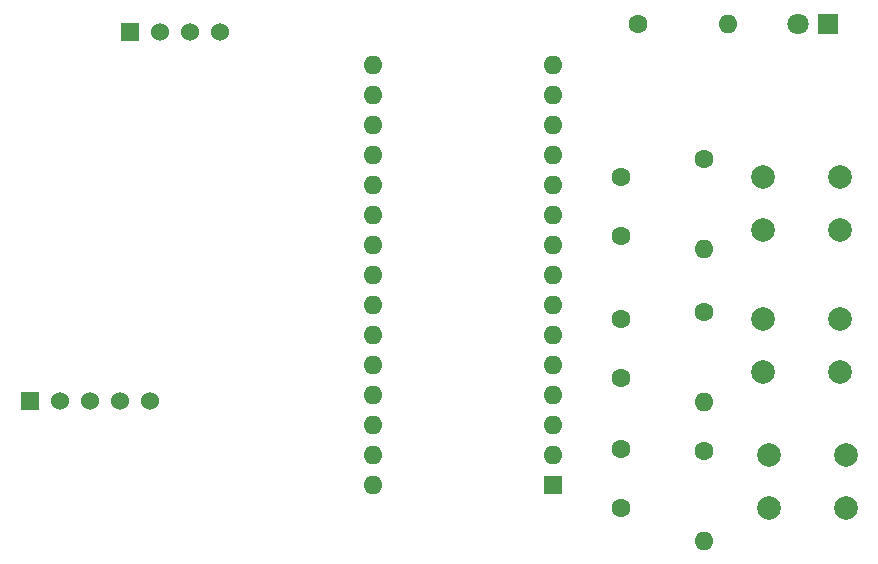
<source format=gts>
G04 #@! TF.GenerationSoftware,KiCad,Pcbnew,8.0.6*
G04 #@! TF.CreationDate,2024-11-23T14:24:10+05:30*
G04 #@! TF.ProjectId,p1,70312e6b-6963-4616-945f-706362585858,rev?*
G04 #@! TF.SameCoordinates,Original*
G04 #@! TF.FileFunction,Soldermask,Top*
G04 #@! TF.FilePolarity,Negative*
%FSLAX46Y46*%
G04 Gerber Fmt 4.6, Leading zero omitted, Abs format (unit mm)*
G04 Created by KiCad (PCBNEW 8.0.6) date 2024-11-23 14:24:10*
%MOMM*%
%LPD*%
G01*
G04 APERTURE LIST*
%ADD10R,1.524000X1.524000*%
%ADD11C,1.524000*%
%ADD12C,2.000000*%
%ADD13C,1.600000*%
%ADD14O,1.600000X1.600000*%
%ADD15R,1.800000X1.800000*%
%ADD16C,1.800000*%
%ADD17R,1.600000X1.600000*%
G04 APERTURE END LIST*
D10*
X95380000Y-67730000D03*
D11*
X97920000Y-67730000D03*
X100460000Y-67730000D03*
X103000000Y-67730000D03*
D10*
X86920000Y-98920000D03*
D11*
X89460000Y-98920000D03*
X92000000Y-98920000D03*
X94540000Y-98920000D03*
X97080000Y-98920000D03*
D12*
X149500000Y-103500000D03*
X156000000Y-103500000D03*
X149500000Y-108000000D03*
X156000000Y-108000000D03*
X149000000Y-92000000D03*
X155500000Y-92000000D03*
X149000000Y-96500000D03*
X155500000Y-96500000D03*
X149000000Y-80000000D03*
X155500000Y-80000000D03*
X149000000Y-84500000D03*
X155500000Y-84500000D03*
D13*
X138380000Y-67000000D03*
D14*
X146000000Y-67000000D03*
D13*
X144000000Y-103190000D03*
D14*
X144000000Y-110810000D03*
D13*
X144000000Y-91380000D03*
D14*
X144000000Y-99000000D03*
D13*
X144000000Y-78500000D03*
D14*
X144000000Y-86120000D03*
D15*
X154460000Y-67000000D03*
D16*
X151920000Y-67000000D03*
D13*
X137000000Y-108000000D03*
X137000000Y-103000000D03*
X137000000Y-97000000D03*
X137000000Y-92000000D03*
X137000000Y-85000000D03*
X137000000Y-80000000D03*
D17*
X131240000Y-106020000D03*
D14*
X131240000Y-103480000D03*
X131240000Y-100940000D03*
X131240000Y-98400000D03*
X131240000Y-95860000D03*
X131240000Y-93320000D03*
X131240000Y-90780000D03*
X131240000Y-88240000D03*
X131240000Y-85700000D03*
X131240000Y-83160000D03*
X131240000Y-80620000D03*
X131240000Y-78080000D03*
X131240000Y-75540000D03*
X131240000Y-73000000D03*
X131240000Y-70460000D03*
X116000000Y-70460000D03*
X116000000Y-73000000D03*
X116000000Y-75540000D03*
X116000000Y-78080000D03*
X116000000Y-80620000D03*
X116000000Y-83160000D03*
X116000000Y-85700000D03*
X116000000Y-88240000D03*
X116000000Y-90780000D03*
X116000000Y-93320000D03*
X116000000Y-95860000D03*
X116000000Y-98400000D03*
X116000000Y-100940000D03*
X116000000Y-103480000D03*
X116000000Y-106020000D03*
M02*

</source>
